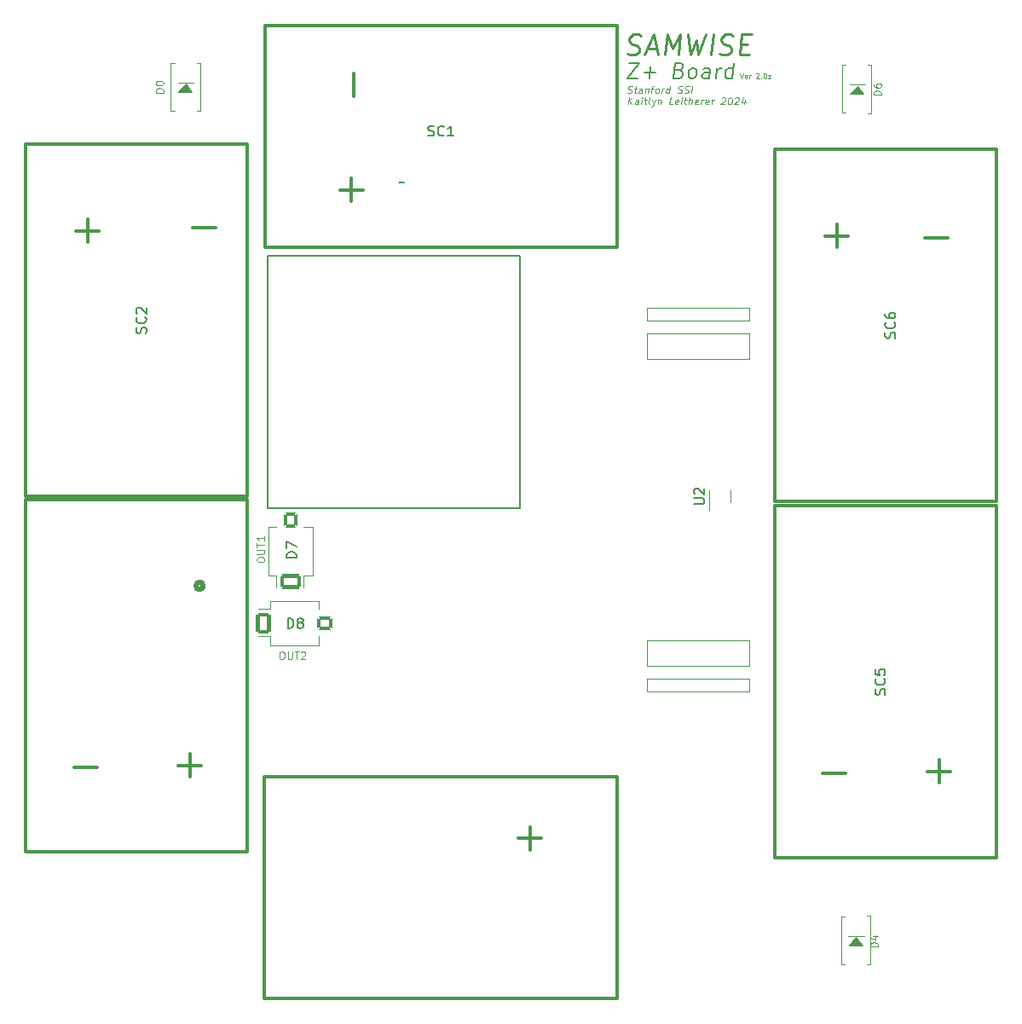
<source format=gto>
%TF.GenerationSoftware,KiCad,Pcbnew,8.0.8*%
%TF.CreationDate,2025-03-18T15:11:00-07:00*%
%TF.ProjectId,ZPlus_Panel,5a506c75-735f-4506-916e-656c2e6b6963,v1b*%
%TF.SameCoordinates,Original*%
%TF.FileFunction,Legend,Top*%
%TF.FilePolarity,Positive*%
%FSLAX46Y46*%
G04 Gerber Fmt 4.6, Leading zero omitted, Abs format (unit mm)*
G04 Created by KiCad (PCBNEW 8.0.8) date 2025-03-18 15:11:00*
%MOMM*%
%LPD*%
G01*
G04 APERTURE LIST*
G04 Aperture macros list*
%AMRoundRect*
0 Rectangle with rounded corners*
0 $1 Rounding radius*
0 $2 $3 $4 $5 $6 $7 $8 $9 X,Y pos of 4 corners*
0 Add a 4 corners polygon primitive as box body*
4,1,4,$2,$3,$4,$5,$6,$7,$8,$9,$2,$3,0*
0 Add four circle primitives for the rounded corners*
1,1,$1+$1,$2,$3*
1,1,$1+$1,$4,$5*
1,1,$1+$1,$6,$7*
1,1,$1+$1,$8,$9*
0 Add four rect primitives between the rounded corners*
20,1,$1+$1,$2,$3,$4,$5,0*
20,1,$1+$1,$4,$5,$6,$7,0*
20,1,$1+$1,$6,$7,$8,$9,0*
20,1,$1+$1,$8,$9,$2,$3,0*%
%AMFreePoly0*
4,1,5,2.000000,-5.500000,-2.000000,-5.500000,-2.000000,5.500000,2.000000,5.500000,2.000000,-5.500000,2.000000,-5.500000,$1*%
G04 Aperture macros list end*
%ADD10C,0.150000*%
%ADD11C,0.120000*%
%ADD12C,0.100000*%
%ADD13C,0.200000*%
%ADD14C,0.250000*%
%ADD15C,0.300000*%
%ADD16C,0.508000*%
%ADD17C,3.000000*%
%ADD18C,2.600000*%
%ADD19C,3.800000*%
%ADD20RoundRect,0.187500X-0.862500X0.562500X-0.862500X-0.562500X0.862500X-0.562500X0.862500X0.562500X0*%
%ADD21RoundRect,0.162500X-0.487500X0.587500X-0.487500X-0.587500X0.487500X-0.587500X0.487500X0.587500X0*%
%ADD22RoundRect,0.175000X-0.825000X0.525000X-0.825000X-0.525000X0.825000X-0.525000X0.825000X0.525000X0*%
%ADD23RoundRect,0.150000X-0.450000X0.550000X-0.450000X-0.550000X0.450000X-0.550000X0.450000X0.550000X0*%
%ADD24R,1.700000X2.500000*%
%ADD25FreePoly0,90.000000*%
%ADD26R,11.000000X4.000000*%
%ADD27R,3.000000X4.000000*%
%ADD28RoundRect,0.187500X0.562500X0.862500X-0.562500X0.862500X-0.562500X-0.862500X0.562500X-0.862500X0*%
%ADD29RoundRect,0.162500X0.587500X0.487500X-0.587500X0.487500X-0.587500X-0.487500X0.587500X-0.487500X0*%
%ADD30RoundRect,0.175000X0.525000X0.825000X-0.525000X0.825000X-0.525000X-0.825000X0.525000X-0.825000X0*%
%ADD31RoundRect,0.150000X0.550000X0.450000X-0.550000X0.450000X-0.550000X-0.450000X0.550000X-0.450000X0*%
%ADD32R,0.350000X1.000000*%
%ADD33C,2.050000*%
%ADD34C,2.250000*%
G04 APERTURE END LIST*
D10*
X171746000Y-56000000D02*
X172000000Y-56000000D01*
X171746000Y-56000000D02*
X171492000Y-56000000D01*
D11*
X159767857Y-102590724D02*
X159910714Y-102590724D01*
X159910714Y-102590724D02*
X159982143Y-102626438D01*
X159982143Y-102626438D02*
X160053571Y-102697867D01*
X160053571Y-102697867D02*
X160089286Y-102840724D01*
X160089286Y-102840724D02*
X160089286Y-103090724D01*
X160089286Y-103090724D02*
X160053571Y-103233581D01*
X160053571Y-103233581D02*
X159982143Y-103305010D01*
X159982143Y-103305010D02*
X159910714Y-103340724D01*
X159910714Y-103340724D02*
X159767857Y-103340724D01*
X159767857Y-103340724D02*
X159696429Y-103305010D01*
X159696429Y-103305010D02*
X159625000Y-103233581D01*
X159625000Y-103233581D02*
X159589286Y-103090724D01*
X159589286Y-103090724D02*
X159589286Y-102840724D01*
X159589286Y-102840724D02*
X159625000Y-102697867D01*
X159625000Y-102697867D02*
X159696429Y-102626438D01*
X159696429Y-102626438D02*
X159767857Y-102590724D01*
X160410714Y-102590724D02*
X160410714Y-103197867D01*
X160410714Y-103197867D02*
X160446428Y-103269295D01*
X160446428Y-103269295D02*
X160482143Y-103305010D01*
X160482143Y-103305010D02*
X160553571Y-103340724D01*
X160553571Y-103340724D02*
X160696428Y-103340724D01*
X160696428Y-103340724D02*
X160767857Y-103305010D01*
X160767857Y-103305010D02*
X160803571Y-103269295D01*
X160803571Y-103269295D02*
X160839285Y-103197867D01*
X160839285Y-103197867D02*
X160839285Y-102590724D01*
X161089285Y-102590724D02*
X161517857Y-102590724D01*
X161303571Y-103340724D02*
X161303571Y-102590724D01*
X161732143Y-102662152D02*
X161767857Y-102626438D01*
X161767857Y-102626438D02*
X161839286Y-102590724D01*
X161839286Y-102590724D02*
X162017857Y-102590724D01*
X162017857Y-102590724D02*
X162089286Y-102626438D01*
X162089286Y-102626438D02*
X162125000Y-102662152D01*
X162125000Y-102662152D02*
X162160714Y-102733581D01*
X162160714Y-102733581D02*
X162160714Y-102805010D01*
X162160714Y-102805010D02*
X162125000Y-102912152D01*
X162125000Y-102912152D02*
X161696428Y-103340724D01*
X161696428Y-103340724D02*
X162160714Y-103340724D01*
D12*
X194174122Y-47096820D02*
X194269955Y-47130153D01*
X194269955Y-47130153D02*
X194436622Y-47130153D01*
X194436622Y-47130153D02*
X194507455Y-47096820D01*
X194507455Y-47096820D02*
X194544955Y-47063486D01*
X194544955Y-47063486D02*
X194586622Y-46996820D01*
X194586622Y-46996820D02*
X194594955Y-46930153D01*
X194594955Y-46930153D02*
X194569955Y-46863486D01*
X194569955Y-46863486D02*
X194540789Y-46830153D01*
X194540789Y-46830153D02*
X194478289Y-46796820D01*
X194478289Y-46796820D02*
X194349122Y-46763486D01*
X194349122Y-46763486D02*
X194286622Y-46730153D01*
X194286622Y-46730153D02*
X194257455Y-46696820D01*
X194257455Y-46696820D02*
X194232455Y-46630153D01*
X194232455Y-46630153D02*
X194240789Y-46563486D01*
X194240789Y-46563486D02*
X194282455Y-46496820D01*
X194282455Y-46496820D02*
X194319955Y-46463486D01*
X194319955Y-46463486D02*
X194390789Y-46430153D01*
X194390789Y-46430153D02*
X194557455Y-46430153D01*
X194557455Y-46430153D02*
X194653289Y-46463486D01*
X194828289Y-46663486D02*
X195094956Y-46663486D01*
X194957456Y-46430153D02*
X194882456Y-47030153D01*
X194882456Y-47030153D02*
X194907456Y-47096820D01*
X194907456Y-47096820D02*
X194969956Y-47130153D01*
X194969956Y-47130153D02*
X195036622Y-47130153D01*
X195569956Y-47130153D02*
X195615789Y-46763486D01*
X195615789Y-46763486D02*
X195590789Y-46696820D01*
X195590789Y-46696820D02*
X195528289Y-46663486D01*
X195528289Y-46663486D02*
X195394956Y-46663486D01*
X195394956Y-46663486D02*
X195324122Y-46696820D01*
X195574122Y-47096820D02*
X195503289Y-47130153D01*
X195503289Y-47130153D02*
X195336622Y-47130153D01*
X195336622Y-47130153D02*
X195274122Y-47096820D01*
X195274122Y-47096820D02*
X195249122Y-47030153D01*
X195249122Y-47030153D02*
X195257456Y-46963486D01*
X195257456Y-46963486D02*
X195299122Y-46896820D01*
X195299122Y-46896820D02*
X195369956Y-46863486D01*
X195369956Y-46863486D02*
X195536622Y-46863486D01*
X195536622Y-46863486D02*
X195607456Y-46830153D01*
X195961622Y-46663486D02*
X195903289Y-47130153D01*
X195953289Y-46730153D02*
X195990789Y-46696820D01*
X195990789Y-46696820D02*
X196061622Y-46663486D01*
X196061622Y-46663486D02*
X196161622Y-46663486D01*
X196161622Y-46663486D02*
X196224122Y-46696820D01*
X196224122Y-46696820D02*
X196249122Y-46763486D01*
X196249122Y-46763486D02*
X196203289Y-47130153D01*
X196494955Y-46663486D02*
X196761622Y-46663486D01*
X196536622Y-47130153D02*
X196611622Y-46530153D01*
X196611622Y-46530153D02*
X196653288Y-46463486D01*
X196653288Y-46463486D02*
X196724122Y-46430153D01*
X196724122Y-46430153D02*
X196790788Y-46430153D01*
X197036622Y-47130153D02*
X196974122Y-47096820D01*
X196974122Y-47096820D02*
X196944955Y-47063486D01*
X196944955Y-47063486D02*
X196919955Y-46996820D01*
X196919955Y-46996820D02*
X196944955Y-46796820D01*
X196944955Y-46796820D02*
X196986622Y-46730153D01*
X196986622Y-46730153D02*
X197024122Y-46696820D01*
X197024122Y-46696820D02*
X197094955Y-46663486D01*
X197094955Y-46663486D02*
X197194955Y-46663486D01*
X197194955Y-46663486D02*
X197257455Y-46696820D01*
X197257455Y-46696820D02*
X197286622Y-46730153D01*
X197286622Y-46730153D02*
X197311622Y-46796820D01*
X197311622Y-46796820D02*
X197286622Y-46996820D01*
X197286622Y-46996820D02*
X197244955Y-47063486D01*
X197244955Y-47063486D02*
X197207455Y-47096820D01*
X197207455Y-47096820D02*
X197136622Y-47130153D01*
X197136622Y-47130153D02*
X197036622Y-47130153D01*
X197569955Y-47130153D02*
X197628288Y-46663486D01*
X197611621Y-46796820D02*
X197653288Y-46730153D01*
X197653288Y-46730153D02*
X197690788Y-46696820D01*
X197690788Y-46696820D02*
X197761621Y-46663486D01*
X197761621Y-46663486D02*
X197828288Y-46663486D01*
X198303288Y-47130153D02*
X198390788Y-46430153D01*
X198307454Y-47096820D02*
X198236621Y-47130153D01*
X198236621Y-47130153D02*
X198103288Y-47130153D01*
X198103288Y-47130153D02*
X198040788Y-47096820D01*
X198040788Y-47096820D02*
X198011621Y-47063486D01*
X198011621Y-47063486D02*
X197986621Y-46996820D01*
X197986621Y-46996820D02*
X198011621Y-46796820D01*
X198011621Y-46796820D02*
X198053288Y-46730153D01*
X198053288Y-46730153D02*
X198090788Y-46696820D01*
X198090788Y-46696820D02*
X198161621Y-46663486D01*
X198161621Y-46663486D02*
X198294954Y-46663486D01*
X198294954Y-46663486D02*
X198357454Y-46696820D01*
X199140787Y-47096820D02*
X199236620Y-47130153D01*
X199236620Y-47130153D02*
X199403287Y-47130153D01*
X199403287Y-47130153D02*
X199474120Y-47096820D01*
X199474120Y-47096820D02*
X199511620Y-47063486D01*
X199511620Y-47063486D02*
X199553287Y-46996820D01*
X199553287Y-46996820D02*
X199561620Y-46930153D01*
X199561620Y-46930153D02*
X199536620Y-46863486D01*
X199536620Y-46863486D02*
X199507454Y-46830153D01*
X199507454Y-46830153D02*
X199444954Y-46796820D01*
X199444954Y-46796820D02*
X199315787Y-46763486D01*
X199315787Y-46763486D02*
X199253287Y-46730153D01*
X199253287Y-46730153D02*
X199224120Y-46696820D01*
X199224120Y-46696820D02*
X199199120Y-46630153D01*
X199199120Y-46630153D02*
X199207454Y-46563486D01*
X199207454Y-46563486D02*
X199249120Y-46496820D01*
X199249120Y-46496820D02*
X199286620Y-46463486D01*
X199286620Y-46463486D02*
X199357454Y-46430153D01*
X199357454Y-46430153D02*
X199524120Y-46430153D01*
X199524120Y-46430153D02*
X199619954Y-46463486D01*
X199807454Y-47096820D02*
X199903287Y-47130153D01*
X199903287Y-47130153D02*
X200069954Y-47130153D01*
X200069954Y-47130153D02*
X200140787Y-47096820D01*
X200140787Y-47096820D02*
X200178287Y-47063486D01*
X200178287Y-47063486D02*
X200219954Y-46996820D01*
X200219954Y-46996820D02*
X200228287Y-46930153D01*
X200228287Y-46930153D02*
X200203287Y-46863486D01*
X200203287Y-46863486D02*
X200174121Y-46830153D01*
X200174121Y-46830153D02*
X200111621Y-46796820D01*
X200111621Y-46796820D02*
X199982454Y-46763486D01*
X199982454Y-46763486D02*
X199919954Y-46730153D01*
X199919954Y-46730153D02*
X199890787Y-46696820D01*
X199890787Y-46696820D02*
X199865787Y-46630153D01*
X199865787Y-46630153D02*
X199874121Y-46563486D01*
X199874121Y-46563486D02*
X199915787Y-46496820D01*
X199915787Y-46496820D02*
X199953287Y-46463486D01*
X199953287Y-46463486D02*
X200024121Y-46430153D01*
X200024121Y-46430153D02*
X200190787Y-46430153D01*
X200190787Y-46430153D02*
X200286621Y-46463486D01*
X200503288Y-47130153D02*
X200590788Y-46430153D01*
X194203289Y-48257114D02*
X194290789Y-47557114D01*
X194603289Y-48257114D02*
X194353289Y-47857114D01*
X194690789Y-47557114D02*
X194240789Y-47957114D01*
X195203289Y-48257114D02*
X195249122Y-47890447D01*
X195249122Y-47890447D02*
X195224122Y-47823781D01*
X195224122Y-47823781D02*
X195161622Y-47790447D01*
X195161622Y-47790447D02*
X195028289Y-47790447D01*
X195028289Y-47790447D02*
X194957455Y-47823781D01*
X195207455Y-48223781D02*
X195136622Y-48257114D01*
X195136622Y-48257114D02*
X194969955Y-48257114D01*
X194969955Y-48257114D02*
X194907455Y-48223781D01*
X194907455Y-48223781D02*
X194882455Y-48157114D01*
X194882455Y-48157114D02*
X194890789Y-48090447D01*
X194890789Y-48090447D02*
X194932455Y-48023781D01*
X194932455Y-48023781D02*
X195003289Y-47990447D01*
X195003289Y-47990447D02*
X195169955Y-47990447D01*
X195169955Y-47990447D02*
X195240789Y-47957114D01*
X195536622Y-48257114D02*
X195594955Y-47790447D01*
X195624122Y-47557114D02*
X195586622Y-47590447D01*
X195586622Y-47590447D02*
X195615788Y-47623781D01*
X195615788Y-47623781D02*
X195653288Y-47590447D01*
X195653288Y-47590447D02*
X195624122Y-47557114D01*
X195624122Y-47557114D02*
X195615788Y-47623781D01*
X195828288Y-47790447D02*
X196094955Y-47790447D01*
X195957455Y-47557114D02*
X195882455Y-48157114D01*
X195882455Y-48157114D02*
X195907455Y-48223781D01*
X195907455Y-48223781D02*
X195969955Y-48257114D01*
X195969955Y-48257114D02*
X196036621Y-48257114D01*
X196369955Y-48257114D02*
X196307455Y-48223781D01*
X196307455Y-48223781D02*
X196282455Y-48157114D01*
X196282455Y-48157114D02*
X196357455Y-47557114D01*
X196628288Y-47790447D02*
X196736622Y-48257114D01*
X196961622Y-47790447D02*
X196736622Y-48257114D01*
X196736622Y-48257114D02*
X196649122Y-48423781D01*
X196649122Y-48423781D02*
X196611622Y-48457114D01*
X196611622Y-48457114D02*
X196540788Y-48490447D01*
X197228288Y-47790447D02*
X197169955Y-48257114D01*
X197219955Y-47857114D02*
X197257455Y-47823781D01*
X197257455Y-47823781D02*
X197328288Y-47790447D01*
X197328288Y-47790447D02*
X197428288Y-47790447D01*
X197428288Y-47790447D02*
X197490788Y-47823781D01*
X197490788Y-47823781D02*
X197515788Y-47890447D01*
X197515788Y-47890447D02*
X197469955Y-48257114D01*
X198669954Y-48257114D02*
X198336621Y-48257114D01*
X198336621Y-48257114D02*
X198424121Y-47557114D01*
X199174121Y-48223781D02*
X199103288Y-48257114D01*
X199103288Y-48257114D02*
X198969954Y-48257114D01*
X198969954Y-48257114D02*
X198907454Y-48223781D01*
X198907454Y-48223781D02*
X198882454Y-48157114D01*
X198882454Y-48157114D02*
X198915788Y-47890447D01*
X198915788Y-47890447D02*
X198957454Y-47823781D01*
X198957454Y-47823781D02*
X199028288Y-47790447D01*
X199028288Y-47790447D02*
X199161621Y-47790447D01*
X199161621Y-47790447D02*
X199224121Y-47823781D01*
X199224121Y-47823781D02*
X199249121Y-47890447D01*
X199249121Y-47890447D02*
X199240788Y-47957114D01*
X199240788Y-47957114D02*
X198899121Y-48023781D01*
X199503288Y-48257114D02*
X199561621Y-47790447D01*
X199590788Y-47557114D02*
X199553288Y-47590447D01*
X199553288Y-47590447D02*
X199582454Y-47623781D01*
X199582454Y-47623781D02*
X199619954Y-47590447D01*
X199619954Y-47590447D02*
X199590788Y-47557114D01*
X199590788Y-47557114D02*
X199582454Y-47623781D01*
X199794954Y-47790447D02*
X200061621Y-47790447D01*
X199924121Y-47557114D02*
X199849121Y-48157114D01*
X199849121Y-48157114D02*
X199874121Y-48223781D01*
X199874121Y-48223781D02*
X199936621Y-48257114D01*
X199936621Y-48257114D02*
X200003287Y-48257114D01*
X200236621Y-48257114D02*
X200324121Y-47557114D01*
X200536621Y-48257114D02*
X200582454Y-47890447D01*
X200582454Y-47890447D02*
X200557454Y-47823781D01*
X200557454Y-47823781D02*
X200494954Y-47790447D01*
X200494954Y-47790447D02*
X200394954Y-47790447D01*
X200394954Y-47790447D02*
X200324121Y-47823781D01*
X200324121Y-47823781D02*
X200286621Y-47857114D01*
X201140787Y-48223781D02*
X201069954Y-48257114D01*
X201069954Y-48257114D02*
X200936620Y-48257114D01*
X200936620Y-48257114D02*
X200874120Y-48223781D01*
X200874120Y-48223781D02*
X200849120Y-48157114D01*
X200849120Y-48157114D02*
X200882454Y-47890447D01*
X200882454Y-47890447D02*
X200924120Y-47823781D01*
X200924120Y-47823781D02*
X200994954Y-47790447D01*
X200994954Y-47790447D02*
X201128287Y-47790447D01*
X201128287Y-47790447D02*
X201190787Y-47823781D01*
X201190787Y-47823781D02*
X201215787Y-47890447D01*
X201215787Y-47890447D02*
X201207454Y-47957114D01*
X201207454Y-47957114D02*
X200865787Y-48023781D01*
X201469954Y-48257114D02*
X201528287Y-47790447D01*
X201511620Y-47923781D02*
X201553287Y-47857114D01*
X201553287Y-47857114D02*
X201590787Y-47823781D01*
X201590787Y-47823781D02*
X201661620Y-47790447D01*
X201661620Y-47790447D02*
X201728287Y-47790447D01*
X202174120Y-48223781D02*
X202103287Y-48257114D01*
X202103287Y-48257114D02*
X201969953Y-48257114D01*
X201969953Y-48257114D02*
X201907453Y-48223781D01*
X201907453Y-48223781D02*
X201882453Y-48157114D01*
X201882453Y-48157114D02*
X201915787Y-47890447D01*
X201915787Y-47890447D02*
X201957453Y-47823781D01*
X201957453Y-47823781D02*
X202028287Y-47790447D01*
X202028287Y-47790447D02*
X202161620Y-47790447D01*
X202161620Y-47790447D02*
X202224120Y-47823781D01*
X202224120Y-47823781D02*
X202249120Y-47890447D01*
X202249120Y-47890447D02*
X202240787Y-47957114D01*
X202240787Y-47957114D02*
X201899120Y-48023781D01*
X202503287Y-48257114D02*
X202561620Y-47790447D01*
X202544953Y-47923781D02*
X202586620Y-47857114D01*
X202586620Y-47857114D02*
X202624120Y-47823781D01*
X202624120Y-47823781D02*
X202694953Y-47790447D01*
X202694953Y-47790447D02*
X202761620Y-47790447D01*
X203515786Y-47623781D02*
X203553286Y-47590447D01*
X203553286Y-47590447D02*
X203624119Y-47557114D01*
X203624119Y-47557114D02*
X203790786Y-47557114D01*
X203790786Y-47557114D02*
X203853286Y-47590447D01*
X203853286Y-47590447D02*
X203882453Y-47623781D01*
X203882453Y-47623781D02*
X203907453Y-47690447D01*
X203907453Y-47690447D02*
X203899119Y-47757114D01*
X203899119Y-47757114D02*
X203853286Y-47857114D01*
X203853286Y-47857114D02*
X203403286Y-48257114D01*
X203403286Y-48257114D02*
X203836619Y-48257114D01*
X204357453Y-47557114D02*
X204424120Y-47557114D01*
X204424120Y-47557114D02*
X204486620Y-47590447D01*
X204486620Y-47590447D02*
X204515786Y-47623781D01*
X204515786Y-47623781D02*
X204540786Y-47690447D01*
X204540786Y-47690447D02*
X204557453Y-47823781D01*
X204557453Y-47823781D02*
X204536620Y-47990447D01*
X204536620Y-47990447D02*
X204486620Y-48123781D01*
X204486620Y-48123781D02*
X204444953Y-48190447D01*
X204444953Y-48190447D02*
X204407453Y-48223781D01*
X204407453Y-48223781D02*
X204336620Y-48257114D01*
X204336620Y-48257114D02*
X204269953Y-48257114D01*
X204269953Y-48257114D02*
X204207453Y-48223781D01*
X204207453Y-48223781D02*
X204178286Y-48190447D01*
X204178286Y-48190447D02*
X204153286Y-48123781D01*
X204153286Y-48123781D02*
X204136620Y-47990447D01*
X204136620Y-47990447D02*
X204157453Y-47823781D01*
X204157453Y-47823781D02*
X204207453Y-47690447D01*
X204207453Y-47690447D02*
X204249120Y-47623781D01*
X204249120Y-47623781D02*
X204286620Y-47590447D01*
X204286620Y-47590447D02*
X204357453Y-47557114D01*
X204849120Y-47623781D02*
X204886620Y-47590447D01*
X204886620Y-47590447D02*
X204957453Y-47557114D01*
X204957453Y-47557114D02*
X205124120Y-47557114D01*
X205124120Y-47557114D02*
X205186620Y-47590447D01*
X205186620Y-47590447D02*
X205215787Y-47623781D01*
X205215787Y-47623781D02*
X205240787Y-47690447D01*
X205240787Y-47690447D02*
X205232453Y-47757114D01*
X205232453Y-47757114D02*
X205186620Y-47857114D01*
X205186620Y-47857114D02*
X204736620Y-48257114D01*
X204736620Y-48257114D02*
X205169953Y-48257114D01*
X205828287Y-47790447D02*
X205769954Y-48257114D01*
X205694954Y-47523781D02*
X205465787Y-48023781D01*
X205465787Y-48023781D02*
X205899120Y-48023781D01*
D13*
X194353572Y-44158528D02*
X195353572Y-44158528D01*
X195353572Y-44158528D02*
X194166072Y-45658528D01*
X194166072Y-45658528D02*
X195166072Y-45658528D01*
X195808928Y-45087100D02*
X196951786Y-45087100D01*
X196308928Y-45658528D02*
X196451786Y-44515671D01*
X199335714Y-44872814D02*
X199541071Y-44944242D01*
X199541071Y-44944242D02*
X199603571Y-45015671D01*
X199603571Y-45015671D02*
X199657143Y-45158528D01*
X199657143Y-45158528D02*
X199630357Y-45372814D01*
X199630357Y-45372814D02*
X199541071Y-45515671D01*
X199541071Y-45515671D02*
X199460714Y-45587100D01*
X199460714Y-45587100D02*
X199308928Y-45658528D01*
X199308928Y-45658528D02*
X198737500Y-45658528D01*
X198737500Y-45658528D02*
X198925000Y-44158528D01*
X198925000Y-44158528D02*
X199425000Y-44158528D01*
X199425000Y-44158528D02*
X199558928Y-44229957D01*
X199558928Y-44229957D02*
X199621428Y-44301385D01*
X199621428Y-44301385D02*
X199675000Y-44444242D01*
X199675000Y-44444242D02*
X199657143Y-44587100D01*
X199657143Y-44587100D02*
X199567857Y-44729957D01*
X199567857Y-44729957D02*
X199487500Y-44801385D01*
X199487500Y-44801385D02*
X199335714Y-44872814D01*
X199335714Y-44872814D02*
X198835714Y-44872814D01*
X200451786Y-45658528D02*
X200317857Y-45587100D01*
X200317857Y-45587100D02*
X200255357Y-45515671D01*
X200255357Y-45515671D02*
X200201786Y-45372814D01*
X200201786Y-45372814D02*
X200255357Y-44944242D01*
X200255357Y-44944242D02*
X200344643Y-44801385D01*
X200344643Y-44801385D02*
X200425000Y-44729957D01*
X200425000Y-44729957D02*
X200576786Y-44658528D01*
X200576786Y-44658528D02*
X200791071Y-44658528D01*
X200791071Y-44658528D02*
X200925000Y-44729957D01*
X200925000Y-44729957D02*
X200987500Y-44801385D01*
X200987500Y-44801385D02*
X201041071Y-44944242D01*
X201041071Y-44944242D02*
X200987500Y-45372814D01*
X200987500Y-45372814D02*
X200898214Y-45515671D01*
X200898214Y-45515671D02*
X200817857Y-45587100D01*
X200817857Y-45587100D02*
X200666071Y-45658528D01*
X200666071Y-45658528D02*
X200451786Y-45658528D01*
X202237500Y-45658528D02*
X202335714Y-44872814D01*
X202335714Y-44872814D02*
X202282143Y-44729957D01*
X202282143Y-44729957D02*
X202148214Y-44658528D01*
X202148214Y-44658528D02*
X201862500Y-44658528D01*
X201862500Y-44658528D02*
X201710714Y-44729957D01*
X202246429Y-45587100D02*
X202094643Y-45658528D01*
X202094643Y-45658528D02*
X201737500Y-45658528D01*
X201737500Y-45658528D02*
X201603571Y-45587100D01*
X201603571Y-45587100D02*
X201550000Y-45444242D01*
X201550000Y-45444242D02*
X201567857Y-45301385D01*
X201567857Y-45301385D02*
X201657143Y-45158528D01*
X201657143Y-45158528D02*
X201808929Y-45087100D01*
X201808929Y-45087100D02*
X202166071Y-45087100D01*
X202166071Y-45087100D02*
X202317857Y-45015671D01*
X202951786Y-45658528D02*
X203076786Y-44658528D01*
X203041072Y-44944242D02*
X203130357Y-44801385D01*
X203130357Y-44801385D02*
X203210714Y-44729957D01*
X203210714Y-44729957D02*
X203362500Y-44658528D01*
X203362500Y-44658528D02*
X203505357Y-44658528D01*
X204523214Y-45658528D02*
X204710714Y-44158528D01*
X204532143Y-45587100D02*
X204380357Y-45658528D01*
X204380357Y-45658528D02*
X204094643Y-45658528D01*
X204094643Y-45658528D02*
X203960714Y-45587100D01*
X203960714Y-45587100D02*
X203898214Y-45515671D01*
X203898214Y-45515671D02*
X203844643Y-45372814D01*
X203844643Y-45372814D02*
X203898214Y-44944242D01*
X203898214Y-44944242D02*
X203987500Y-44801385D01*
X203987500Y-44801385D02*
X204067857Y-44729957D01*
X204067857Y-44729957D02*
X204219643Y-44658528D01*
X204219643Y-44658528D02*
X204505357Y-44658528D01*
X204505357Y-44658528D02*
X204639285Y-44729957D01*
D14*
X194152381Y-43217000D02*
X194426190Y-43312238D01*
X194426190Y-43312238D02*
X194902381Y-43312238D01*
X194902381Y-43312238D02*
X195104762Y-43217000D01*
X195104762Y-43217000D02*
X195211905Y-43121761D01*
X195211905Y-43121761D02*
X195330952Y-42931285D01*
X195330952Y-42931285D02*
X195354762Y-42740809D01*
X195354762Y-42740809D02*
X195283333Y-42550333D01*
X195283333Y-42550333D02*
X195200000Y-42455095D01*
X195200000Y-42455095D02*
X195021429Y-42359857D01*
X195021429Y-42359857D02*
X194652381Y-42264619D01*
X194652381Y-42264619D02*
X194473809Y-42169380D01*
X194473809Y-42169380D02*
X194390476Y-42074142D01*
X194390476Y-42074142D02*
X194319048Y-41883666D01*
X194319048Y-41883666D02*
X194342857Y-41693190D01*
X194342857Y-41693190D02*
X194461905Y-41502714D01*
X194461905Y-41502714D02*
X194569048Y-41407476D01*
X194569048Y-41407476D02*
X194771429Y-41312238D01*
X194771429Y-41312238D02*
X195247619Y-41312238D01*
X195247619Y-41312238D02*
X195521429Y-41407476D01*
X196116667Y-42740809D02*
X197069048Y-42740809D01*
X195854762Y-43312238D02*
X196771429Y-41312238D01*
X196771429Y-41312238D02*
X197188095Y-43312238D01*
X197854762Y-43312238D02*
X198104762Y-41312238D01*
X198104762Y-41312238D02*
X198592857Y-42740809D01*
X198592857Y-42740809D02*
X199438096Y-41312238D01*
X199438096Y-41312238D02*
X199188096Y-43312238D01*
X200200000Y-41312238D02*
X200426191Y-43312238D01*
X200426191Y-43312238D02*
X200985714Y-41883666D01*
X200985714Y-41883666D02*
X201188095Y-43312238D01*
X201188095Y-43312238D02*
X201914286Y-41312238D01*
X202426190Y-43312238D02*
X202676190Y-41312238D01*
X203295238Y-43217000D02*
X203569047Y-43312238D01*
X203569047Y-43312238D02*
X204045238Y-43312238D01*
X204045238Y-43312238D02*
X204247619Y-43217000D01*
X204247619Y-43217000D02*
X204354762Y-43121761D01*
X204354762Y-43121761D02*
X204473809Y-42931285D01*
X204473809Y-42931285D02*
X204497619Y-42740809D01*
X204497619Y-42740809D02*
X204426190Y-42550333D01*
X204426190Y-42550333D02*
X204342857Y-42455095D01*
X204342857Y-42455095D02*
X204164286Y-42359857D01*
X204164286Y-42359857D02*
X203795238Y-42264619D01*
X203795238Y-42264619D02*
X203616666Y-42169380D01*
X203616666Y-42169380D02*
X203533333Y-42074142D01*
X203533333Y-42074142D02*
X203461905Y-41883666D01*
X203461905Y-41883666D02*
X203485714Y-41693190D01*
X203485714Y-41693190D02*
X203604762Y-41502714D01*
X203604762Y-41502714D02*
X203711905Y-41407476D01*
X203711905Y-41407476D02*
X203914286Y-41312238D01*
X203914286Y-41312238D02*
X204390476Y-41312238D01*
X204390476Y-41312238D02*
X204664286Y-41407476D01*
X205414286Y-42264619D02*
X206080952Y-42264619D01*
X206235714Y-43312238D02*
X205283333Y-43312238D01*
X205283333Y-43312238D02*
X205533333Y-41312238D01*
X205533333Y-41312238D02*
X206485714Y-41312238D01*
D11*
X157340724Y-93532142D02*
X157340724Y-93389285D01*
X157340724Y-93389285D02*
X157376438Y-93317856D01*
X157376438Y-93317856D02*
X157447867Y-93246428D01*
X157447867Y-93246428D02*
X157590724Y-93210713D01*
X157590724Y-93210713D02*
X157840724Y-93210713D01*
X157840724Y-93210713D02*
X157983581Y-93246428D01*
X157983581Y-93246428D02*
X158055010Y-93317856D01*
X158055010Y-93317856D02*
X158090724Y-93389285D01*
X158090724Y-93389285D02*
X158090724Y-93532142D01*
X158090724Y-93532142D02*
X158055010Y-93603571D01*
X158055010Y-93603571D02*
X157983581Y-93674999D01*
X157983581Y-93674999D02*
X157840724Y-93710713D01*
X157840724Y-93710713D02*
X157590724Y-93710713D01*
X157590724Y-93710713D02*
X157447867Y-93674999D01*
X157447867Y-93674999D02*
X157376438Y-93603571D01*
X157376438Y-93603571D02*
X157340724Y-93532142D01*
X157340724Y-92889285D02*
X157947867Y-92889285D01*
X157947867Y-92889285D02*
X158019295Y-92853571D01*
X158019295Y-92853571D02*
X158055010Y-92817857D01*
X158055010Y-92817857D02*
X158090724Y-92746428D01*
X158090724Y-92746428D02*
X158090724Y-92603571D01*
X158090724Y-92603571D02*
X158055010Y-92532142D01*
X158055010Y-92532142D02*
X158019295Y-92496428D01*
X158019295Y-92496428D02*
X157947867Y-92460714D01*
X157947867Y-92460714D02*
X157340724Y-92460714D01*
X157340724Y-92210714D02*
X157340724Y-91782143D01*
X158090724Y-91996428D02*
X157340724Y-91996428D01*
X158090724Y-91139285D02*
X158090724Y-91567856D01*
X158090724Y-91353571D02*
X157340724Y-91353571D01*
X157340724Y-91353571D02*
X157447867Y-91424999D01*
X157447867Y-91424999D02*
X157519295Y-91496428D01*
X157519295Y-91496428D02*
X157555010Y-91567856D01*
D12*
X205351192Y-45151109D02*
X205517858Y-45651109D01*
X205517858Y-45651109D02*
X205684525Y-45151109D01*
X206041667Y-45627300D02*
X205994048Y-45651109D01*
X205994048Y-45651109D02*
X205898810Y-45651109D01*
X205898810Y-45651109D02*
X205851191Y-45627300D01*
X205851191Y-45627300D02*
X205827382Y-45579680D01*
X205827382Y-45579680D02*
X205827382Y-45389204D01*
X205827382Y-45389204D02*
X205851191Y-45341585D01*
X205851191Y-45341585D02*
X205898810Y-45317776D01*
X205898810Y-45317776D02*
X205994048Y-45317776D01*
X205994048Y-45317776D02*
X206041667Y-45341585D01*
X206041667Y-45341585D02*
X206065477Y-45389204D01*
X206065477Y-45389204D02*
X206065477Y-45436823D01*
X206065477Y-45436823D02*
X205827382Y-45484442D01*
X206279762Y-45651109D02*
X206279762Y-45317776D01*
X206279762Y-45413014D02*
X206303572Y-45365395D01*
X206303572Y-45365395D02*
X206327381Y-45341585D01*
X206327381Y-45341585D02*
X206375000Y-45317776D01*
X206375000Y-45317776D02*
X206422619Y-45317776D01*
X206946429Y-45198728D02*
X206970238Y-45174919D01*
X206970238Y-45174919D02*
X207017857Y-45151109D01*
X207017857Y-45151109D02*
X207136905Y-45151109D01*
X207136905Y-45151109D02*
X207184524Y-45174919D01*
X207184524Y-45174919D02*
X207208333Y-45198728D01*
X207208333Y-45198728D02*
X207232143Y-45246347D01*
X207232143Y-45246347D02*
X207232143Y-45293966D01*
X207232143Y-45293966D02*
X207208333Y-45365395D01*
X207208333Y-45365395D02*
X206922619Y-45651109D01*
X206922619Y-45651109D02*
X207232143Y-45651109D01*
X207446428Y-45603490D02*
X207470238Y-45627300D01*
X207470238Y-45627300D02*
X207446428Y-45651109D01*
X207446428Y-45651109D02*
X207422619Y-45627300D01*
X207422619Y-45627300D02*
X207446428Y-45603490D01*
X207446428Y-45603490D02*
X207446428Y-45651109D01*
X207779761Y-45151109D02*
X207827380Y-45151109D01*
X207827380Y-45151109D02*
X207874999Y-45174919D01*
X207874999Y-45174919D02*
X207898809Y-45198728D01*
X207898809Y-45198728D02*
X207922618Y-45246347D01*
X207922618Y-45246347D02*
X207946428Y-45341585D01*
X207946428Y-45341585D02*
X207946428Y-45460633D01*
X207946428Y-45460633D02*
X207922618Y-45555871D01*
X207922618Y-45555871D02*
X207898809Y-45603490D01*
X207898809Y-45603490D02*
X207874999Y-45627300D01*
X207874999Y-45627300D02*
X207827380Y-45651109D01*
X207827380Y-45651109D02*
X207779761Y-45651109D01*
X207779761Y-45651109D02*
X207732142Y-45627300D01*
X207732142Y-45627300D02*
X207708333Y-45603490D01*
X207708333Y-45603490D02*
X207684523Y-45555871D01*
X207684523Y-45555871D02*
X207660714Y-45460633D01*
X207660714Y-45460633D02*
X207660714Y-45341585D01*
X207660714Y-45341585D02*
X207684523Y-45246347D01*
X207684523Y-45246347D02*
X207708333Y-45198728D01*
X207708333Y-45198728D02*
X207732142Y-45174919D01*
X207732142Y-45174919D02*
X207779761Y-45151109D01*
X208113094Y-45317776D02*
X208374999Y-45317776D01*
X208374999Y-45317776D02*
X208113094Y-45651109D01*
X208113094Y-45651109D02*
X208374999Y-45651109D01*
D10*
X146307200Y-70961904D02*
X146354819Y-70819047D01*
X146354819Y-70819047D02*
X146354819Y-70580952D01*
X146354819Y-70580952D02*
X146307200Y-70485714D01*
X146307200Y-70485714D02*
X146259580Y-70438095D01*
X146259580Y-70438095D02*
X146164342Y-70390476D01*
X146164342Y-70390476D02*
X146069104Y-70390476D01*
X146069104Y-70390476D02*
X145973866Y-70438095D01*
X145973866Y-70438095D02*
X145926247Y-70485714D01*
X145926247Y-70485714D02*
X145878628Y-70580952D01*
X145878628Y-70580952D02*
X145831009Y-70771428D01*
X145831009Y-70771428D02*
X145783390Y-70866666D01*
X145783390Y-70866666D02*
X145735771Y-70914285D01*
X145735771Y-70914285D02*
X145640533Y-70961904D01*
X145640533Y-70961904D02*
X145545295Y-70961904D01*
X145545295Y-70961904D02*
X145450057Y-70914285D01*
X145450057Y-70914285D02*
X145402438Y-70866666D01*
X145402438Y-70866666D02*
X145354819Y-70771428D01*
X145354819Y-70771428D02*
X145354819Y-70533333D01*
X145354819Y-70533333D02*
X145402438Y-70390476D01*
X146259580Y-69390476D02*
X146307200Y-69438095D01*
X146307200Y-69438095D02*
X146354819Y-69580952D01*
X146354819Y-69580952D02*
X146354819Y-69676190D01*
X146354819Y-69676190D02*
X146307200Y-69819047D01*
X146307200Y-69819047D02*
X146211961Y-69914285D01*
X146211961Y-69914285D02*
X146116723Y-69961904D01*
X146116723Y-69961904D02*
X145926247Y-70009523D01*
X145926247Y-70009523D02*
X145783390Y-70009523D01*
X145783390Y-70009523D02*
X145592914Y-69961904D01*
X145592914Y-69961904D02*
X145497676Y-69914285D01*
X145497676Y-69914285D02*
X145402438Y-69819047D01*
X145402438Y-69819047D02*
X145354819Y-69676190D01*
X145354819Y-69676190D02*
X145354819Y-69580952D01*
X145354819Y-69580952D02*
X145402438Y-69438095D01*
X145402438Y-69438095D02*
X145450057Y-69390476D01*
X145450057Y-69009523D02*
X145402438Y-68961904D01*
X145402438Y-68961904D02*
X145354819Y-68866666D01*
X145354819Y-68866666D02*
X145354819Y-68628571D01*
X145354819Y-68628571D02*
X145402438Y-68533333D01*
X145402438Y-68533333D02*
X145450057Y-68485714D01*
X145450057Y-68485714D02*
X145545295Y-68438095D01*
X145545295Y-68438095D02*
X145640533Y-68438095D01*
X145640533Y-68438095D02*
X145783390Y-68485714D01*
X145783390Y-68485714D02*
X146354819Y-69057142D01*
X146354819Y-69057142D02*
X146354819Y-68438095D01*
D15*
X150932142Y-60529400D02*
X153217857Y-60529400D01*
X140549400Y-61952857D02*
X140549400Y-59667143D01*
X141692257Y-60810000D02*
X139406542Y-60810000D01*
X183347142Y-121149400D02*
X185632857Y-121149400D01*
X184489999Y-122292257D02*
X184489999Y-120006542D01*
D10*
X161279819Y-93263094D02*
X160279819Y-93263094D01*
X160279819Y-93263094D02*
X160279819Y-93024999D01*
X160279819Y-93024999D02*
X160327438Y-92882142D01*
X160327438Y-92882142D02*
X160422676Y-92786904D01*
X160422676Y-92786904D02*
X160517914Y-92739285D01*
X160517914Y-92739285D02*
X160708390Y-92691666D01*
X160708390Y-92691666D02*
X160851247Y-92691666D01*
X160851247Y-92691666D02*
X161041723Y-92739285D01*
X161041723Y-92739285D02*
X161136961Y-92786904D01*
X161136961Y-92786904D02*
X161232200Y-92882142D01*
X161232200Y-92882142D02*
X161279819Y-93024999D01*
X161279819Y-93024999D02*
X161279819Y-93263094D01*
X160279819Y-92358332D02*
X160279819Y-91691666D01*
X160279819Y-91691666D02*
X161279819Y-92120237D01*
D12*
X148051764Y-47078571D02*
X147301764Y-47078571D01*
X147301764Y-47078571D02*
X147301764Y-46900000D01*
X147301764Y-46900000D02*
X147337478Y-46792857D01*
X147337478Y-46792857D02*
X147408907Y-46721428D01*
X147408907Y-46721428D02*
X147480335Y-46685714D01*
X147480335Y-46685714D02*
X147623192Y-46650000D01*
X147623192Y-46650000D02*
X147730335Y-46650000D01*
X147730335Y-46650000D02*
X147873192Y-46685714D01*
X147873192Y-46685714D02*
X147944621Y-46721428D01*
X147944621Y-46721428D02*
X148016050Y-46792857D01*
X148016050Y-46792857D02*
X148051764Y-46900000D01*
X148051764Y-46900000D02*
X148051764Y-47078571D01*
X147301764Y-46185714D02*
X147301764Y-46114285D01*
X147301764Y-46114285D02*
X147337478Y-46042857D01*
X147337478Y-46042857D02*
X147373192Y-46007143D01*
X147373192Y-46007143D02*
X147444621Y-45971428D01*
X147444621Y-45971428D02*
X147587478Y-45935714D01*
X147587478Y-45935714D02*
X147766050Y-45935714D01*
X147766050Y-45935714D02*
X147908907Y-45971428D01*
X147908907Y-45971428D02*
X147980335Y-46007143D01*
X147980335Y-46007143D02*
X148016050Y-46042857D01*
X148016050Y-46042857D02*
X148051764Y-46114285D01*
X148051764Y-46114285D02*
X148051764Y-46185714D01*
X148051764Y-46185714D02*
X148016050Y-46257143D01*
X148016050Y-46257143D02*
X147980335Y-46292857D01*
X147980335Y-46292857D02*
X147908907Y-46328571D01*
X147908907Y-46328571D02*
X147766050Y-46364285D01*
X147766050Y-46364285D02*
X147587478Y-46364285D01*
X147587478Y-46364285D02*
X147444621Y-46328571D01*
X147444621Y-46328571D02*
X147373192Y-46292857D01*
X147373192Y-46292857D02*
X147337478Y-46257143D01*
X147337478Y-46257143D02*
X147301764Y-46185714D01*
D10*
X174363095Y-51332200D02*
X174505952Y-51379819D01*
X174505952Y-51379819D02*
X174744047Y-51379819D01*
X174744047Y-51379819D02*
X174839285Y-51332200D01*
X174839285Y-51332200D02*
X174886904Y-51284580D01*
X174886904Y-51284580D02*
X174934523Y-51189342D01*
X174934523Y-51189342D02*
X174934523Y-51094104D01*
X174934523Y-51094104D02*
X174886904Y-50998866D01*
X174886904Y-50998866D02*
X174839285Y-50951247D01*
X174839285Y-50951247D02*
X174744047Y-50903628D01*
X174744047Y-50903628D02*
X174553571Y-50856009D01*
X174553571Y-50856009D02*
X174458333Y-50808390D01*
X174458333Y-50808390D02*
X174410714Y-50760771D01*
X174410714Y-50760771D02*
X174363095Y-50665533D01*
X174363095Y-50665533D02*
X174363095Y-50570295D01*
X174363095Y-50570295D02*
X174410714Y-50475057D01*
X174410714Y-50475057D02*
X174458333Y-50427438D01*
X174458333Y-50427438D02*
X174553571Y-50379819D01*
X174553571Y-50379819D02*
X174791666Y-50379819D01*
X174791666Y-50379819D02*
X174934523Y-50427438D01*
X175934523Y-51284580D02*
X175886904Y-51332200D01*
X175886904Y-51332200D02*
X175744047Y-51379819D01*
X175744047Y-51379819D02*
X175648809Y-51379819D01*
X175648809Y-51379819D02*
X175505952Y-51332200D01*
X175505952Y-51332200D02*
X175410714Y-51236961D01*
X175410714Y-51236961D02*
X175363095Y-51141723D01*
X175363095Y-51141723D02*
X175315476Y-50951247D01*
X175315476Y-50951247D02*
X175315476Y-50808390D01*
X175315476Y-50808390D02*
X175363095Y-50617914D01*
X175363095Y-50617914D02*
X175410714Y-50522676D01*
X175410714Y-50522676D02*
X175505952Y-50427438D01*
X175505952Y-50427438D02*
X175648809Y-50379819D01*
X175648809Y-50379819D02*
X175744047Y-50379819D01*
X175744047Y-50379819D02*
X175886904Y-50427438D01*
X175886904Y-50427438D02*
X175934523Y-50475057D01*
X176886904Y-51379819D02*
X176315476Y-51379819D01*
X176601190Y-51379819D02*
X176601190Y-50379819D01*
X176601190Y-50379819D02*
X176505952Y-50522676D01*
X176505952Y-50522676D02*
X176410714Y-50617914D01*
X176410714Y-50617914D02*
X176315476Y-50665533D01*
D15*
X166964400Y-47487857D02*
X166964400Y-45202143D01*
X165592142Y-56734400D02*
X167877857Y-56734400D01*
X166734999Y-57877257D02*
X166734999Y-55591542D01*
D10*
X220707200Y-71461904D02*
X220754819Y-71319047D01*
X220754819Y-71319047D02*
X220754819Y-71080952D01*
X220754819Y-71080952D02*
X220707200Y-70985714D01*
X220707200Y-70985714D02*
X220659580Y-70938095D01*
X220659580Y-70938095D02*
X220564342Y-70890476D01*
X220564342Y-70890476D02*
X220469104Y-70890476D01*
X220469104Y-70890476D02*
X220373866Y-70938095D01*
X220373866Y-70938095D02*
X220326247Y-70985714D01*
X220326247Y-70985714D02*
X220278628Y-71080952D01*
X220278628Y-71080952D02*
X220231009Y-71271428D01*
X220231009Y-71271428D02*
X220183390Y-71366666D01*
X220183390Y-71366666D02*
X220135771Y-71414285D01*
X220135771Y-71414285D02*
X220040533Y-71461904D01*
X220040533Y-71461904D02*
X219945295Y-71461904D01*
X219945295Y-71461904D02*
X219850057Y-71414285D01*
X219850057Y-71414285D02*
X219802438Y-71366666D01*
X219802438Y-71366666D02*
X219754819Y-71271428D01*
X219754819Y-71271428D02*
X219754819Y-71033333D01*
X219754819Y-71033333D02*
X219802438Y-70890476D01*
X220659580Y-69890476D02*
X220707200Y-69938095D01*
X220707200Y-69938095D02*
X220754819Y-70080952D01*
X220754819Y-70080952D02*
X220754819Y-70176190D01*
X220754819Y-70176190D02*
X220707200Y-70319047D01*
X220707200Y-70319047D02*
X220611961Y-70414285D01*
X220611961Y-70414285D02*
X220516723Y-70461904D01*
X220516723Y-70461904D02*
X220326247Y-70509523D01*
X220326247Y-70509523D02*
X220183390Y-70509523D01*
X220183390Y-70509523D02*
X219992914Y-70461904D01*
X219992914Y-70461904D02*
X219897676Y-70414285D01*
X219897676Y-70414285D02*
X219802438Y-70319047D01*
X219802438Y-70319047D02*
X219754819Y-70176190D01*
X219754819Y-70176190D02*
X219754819Y-70080952D01*
X219754819Y-70080952D02*
X219802438Y-69938095D01*
X219802438Y-69938095D02*
X219850057Y-69890476D01*
X219754819Y-69033333D02*
X219754819Y-69223809D01*
X219754819Y-69223809D02*
X219802438Y-69319047D01*
X219802438Y-69319047D02*
X219850057Y-69366666D01*
X219850057Y-69366666D02*
X219992914Y-69461904D01*
X219992914Y-69461904D02*
X220183390Y-69509523D01*
X220183390Y-69509523D02*
X220564342Y-69509523D01*
X220564342Y-69509523D02*
X220659580Y-69461904D01*
X220659580Y-69461904D02*
X220707200Y-69414285D01*
X220707200Y-69414285D02*
X220754819Y-69319047D01*
X220754819Y-69319047D02*
X220754819Y-69128571D01*
X220754819Y-69128571D02*
X220707200Y-69033333D01*
X220707200Y-69033333D02*
X220659580Y-68985714D01*
X220659580Y-68985714D02*
X220564342Y-68938095D01*
X220564342Y-68938095D02*
X220326247Y-68938095D01*
X220326247Y-68938095D02*
X220231009Y-68985714D01*
X220231009Y-68985714D02*
X220183390Y-69033333D01*
X220183390Y-69033333D02*
X220135771Y-69128571D01*
X220135771Y-69128571D02*
X220135771Y-69319047D01*
X220135771Y-69319047D02*
X220183390Y-69414285D01*
X220183390Y-69414285D02*
X220231009Y-69461904D01*
X220231009Y-69461904D02*
X220326247Y-69509523D01*
D15*
X214949400Y-62452857D02*
X214949400Y-60167143D01*
X216092257Y-61310000D02*
X213806542Y-61310000D01*
X223737142Y-61539400D02*
X226022857Y-61539400D01*
X139177142Y-114119400D02*
X141462857Y-114119400D01*
X150709400Y-115032857D02*
X150709400Y-112747143D01*
X151852257Y-113890000D02*
X149566542Y-113890000D01*
D10*
X160411905Y-100279819D02*
X160411905Y-99279819D01*
X160411905Y-99279819D02*
X160650000Y-99279819D01*
X160650000Y-99279819D02*
X160792857Y-99327438D01*
X160792857Y-99327438D02*
X160888095Y-99422676D01*
X160888095Y-99422676D02*
X160935714Y-99517914D01*
X160935714Y-99517914D02*
X160983333Y-99708390D01*
X160983333Y-99708390D02*
X160983333Y-99851247D01*
X160983333Y-99851247D02*
X160935714Y-100041723D01*
X160935714Y-100041723D02*
X160888095Y-100136961D01*
X160888095Y-100136961D02*
X160792857Y-100232200D01*
X160792857Y-100232200D02*
X160650000Y-100279819D01*
X160650000Y-100279819D02*
X160411905Y-100279819D01*
X161554762Y-99708390D02*
X161459524Y-99660771D01*
X161459524Y-99660771D02*
X161411905Y-99613152D01*
X161411905Y-99613152D02*
X161364286Y-99517914D01*
X161364286Y-99517914D02*
X161364286Y-99470295D01*
X161364286Y-99470295D02*
X161411905Y-99375057D01*
X161411905Y-99375057D02*
X161459524Y-99327438D01*
X161459524Y-99327438D02*
X161554762Y-99279819D01*
X161554762Y-99279819D02*
X161745238Y-99279819D01*
X161745238Y-99279819D02*
X161840476Y-99327438D01*
X161840476Y-99327438D02*
X161888095Y-99375057D01*
X161888095Y-99375057D02*
X161935714Y-99470295D01*
X161935714Y-99470295D02*
X161935714Y-99517914D01*
X161935714Y-99517914D02*
X161888095Y-99613152D01*
X161888095Y-99613152D02*
X161840476Y-99660771D01*
X161840476Y-99660771D02*
X161745238Y-99708390D01*
X161745238Y-99708390D02*
X161554762Y-99708390D01*
X161554762Y-99708390D02*
X161459524Y-99756009D01*
X161459524Y-99756009D02*
X161411905Y-99803628D01*
X161411905Y-99803628D02*
X161364286Y-99898866D01*
X161364286Y-99898866D02*
X161364286Y-100089342D01*
X161364286Y-100089342D02*
X161411905Y-100184580D01*
X161411905Y-100184580D02*
X161459524Y-100232200D01*
X161459524Y-100232200D02*
X161554762Y-100279819D01*
X161554762Y-100279819D02*
X161745238Y-100279819D01*
X161745238Y-100279819D02*
X161840476Y-100232200D01*
X161840476Y-100232200D02*
X161888095Y-100184580D01*
X161888095Y-100184580D02*
X161935714Y-100089342D01*
X161935714Y-100089342D02*
X161935714Y-99898866D01*
X161935714Y-99898866D02*
X161888095Y-99803628D01*
X161888095Y-99803628D02*
X161840476Y-99756009D01*
X161840476Y-99756009D02*
X161745238Y-99708390D01*
X219707200Y-106861904D02*
X219754819Y-106719047D01*
X219754819Y-106719047D02*
X219754819Y-106480952D01*
X219754819Y-106480952D02*
X219707200Y-106385714D01*
X219707200Y-106385714D02*
X219659580Y-106338095D01*
X219659580Y-106338095D02*
X219564342Y-106290476D01*
X219564342Y-106290476D02*
X219469104Y-106290476D01*
X219469104Y-106290476D02*
X219373866Y-106338095D01*
X219373866Y-106338095D02*
X219326247Y-106385714D01*
X219326247Y-106385714D02*
X219278628Y-106480952D01*
X219278628Y-106480952D02*
X219231009Y-106671428D01*
X219231009Y-106671428D02*
X219183390Y-106766666D01*
X219183390Y-106766666D02*
X219135771Y-106814285D01*
X219135771Y-106814285D02*
X219040533Y-106861904D01*
X219040533Y-106861904D02*
X218945295Y-106861904D01*
X218945295Y-106861904D02*
X218850057Y-106814285D01*
X218850057Y-106814285D02*
X218802438Y-106766666D01*
X218802438Y-106766666D02*
X218754819Y-106671428D01*
X218754819Y-106671428D02*
X218754819Y-106433333D01*
X218754819Y-106433333D02*
X218802438Y-106290476D01*
X219659580Y-105290476D02*
X219707200Y-105338095D01*
X219707200Y-105338095D02*
X219754819Y-105480952D01*
X219754819Y-105480952D02*
X219754819Y-105576190D01*
X219754819Y-105576190D02*
X219707200Y-105719047D01*
X219707200Y-105719047D02*
X219611961Y-105814285D01*
X219611961Y-105814285D02*
X219516723Y-105861904D01*
X219516723Y-105861904D02*
X219326247Y-105909523D01*
X219326247Y-105909523D02*
X219183390Y-105909523D01*
X219183390Y-105909523D02*
X218992914Y-105861904D01*
X218992914Y-105861904D02*
X218897676Y-105814285D01*
X218897676Y-105814285D02*
X218802438Y-105719047D01*
X218802438Y-105719047D02*
X218754819Y-105576190D01*
X218754819Y-105576190D02*
X218754819Y-105480952D01*
X218754819Y-105480952D02*
X218802438Y-105338095D01*
X218802438Y-105338095D02*
X218850057Y-105290476D01*
X218754819Y-104385714D02*
X218754819Y-104861904D01*
X218754819Y-104861904D02*
X219231009Y-104909523D01*
X219231009Y-104909523D02*
X219183390Y-104861904D01*
X219183390Y-104861904D02*
X219135771Y-104766666D01*
X219135771Y-104766666D02*
X219135771Y-104528571D01*
X219135771Y-104528571D02*
X219183390Y-104433333D01*
X219183390Y-104433333D02*
X219231009Y-104385714D01*
X219231009Y-104385714D02*
X219326247Y-104338095D01*
X219326247Y-104338095D02*
X219564342Y-104338095D01*
X219564342Y-104338095D02*
X219659580Y-104385714D01*
X219659580Y-104385714D02*
X219707200Y-104433333D01*
X219707200Y-104433333D02*
X219754819Y-104528571D01*
X219754819Y-104528571D02*
X219754819Y-104766666D01*
X219754819Y-104766666D02*
X219707200Y-104861904D01*
X219707200Y-104861904D02*
X219659580Y-104909523D01*
D15*
X225109400Y-115632857D02*
X225109400Y-113347143D01*
X226252257Y-114490000D02*
X223966542Y-114490000D01*
X213577142Y-114719400D02*
X215862857Y-114719400D01*
D12*
X219341764Y-47303571D02*
X218591764Y-47303571D01*
X218591764Y-47303571D02*
X218591764Y-47125000D01*
X218591764Y-47125000D02*
X218627478Y-47017857D01*
X218627478Y-47017857D02*
X218698907Y-46946428D01*
X218698907Y-46946428D02*
X218770335Y-46910714D01*
X218770335Y-46910714D02*
X218913192Y-46875000D01*
X218913192Y-46875000D02*
X219020335Y-46875000D01*
X219020335Y-46875000D02*
X219163192Y-46910714D01*
X219163192Y-46910714D02*
X219234621Y-46946428D01*
X219234621Y-46946428D02*
X219306050Y-47017857D01*
X219306050Y-47017857D02*
X219341764Y-47125000D01*
X219341764Y-47125000D02*
X219341764Y-47303571D01*
X218591764Y-46232143D02*
X218591764Y-46375000D01*
X218591764Y-46375000D02*
X218627478Y-46446428D01*
X218627478Y-46446428D02*
X218663192Y-46482143D01*
X218663192Y-46482143D02*
X218770335Y-46553571D01*
X218770335Y-46553571D02*
X218913192Y-46589285D01*
X218913192Y-46589285D02*
X219198907Y-46589285D01*
X219198907Y-46589285D02*
X219270335Y-46553571D01*
X219270335Y-46553571D02*
X219306050Y-46517857D01*
X219306050Y-46517857D02*
X219341764Y-46446428D01*
X219341764Y-46446428D02*
X219341764Y-46303571D01*
X219341764Y-46303571D02*
X219306050Y-46232143D01*
X219306050Y-46232143D02*
X219270335Y-46196428D01*
X219270335Y-46196428D02*
X219198907Y-46160714D01*
X219198907Y-46160714D02*
X219020335Y-46160714D01*
X219020335Y-46160714D02*
X218948907Y-46196428D01*
X218948907Y-46196428D02*
X218913192Y-46232143D01*
X218913192Y-46232143D02*
X218877478Y-46303571D01*
X218877478Y-46303571D02*
X218877478Y-46446428D01*
X218877478Y-46446428D02*
X218913192Y-46517857D01*
X218913192Y-46517857D02*
X218948907Y-46553571D01*
X218948907Y-46553571D02*
X219020335Y-46589285D01*
D10*
X200778819Y-87945904D02*
X201588342Y-87945904D01*
X201588342Y-87945904D02*
X201683580Y-87898285D01*
X201683580Y-87898285D02*
X201731200Y-87850666D01*
X201731200Y-87850666D02*
X201778819Y-87755428D01*
X201778819Y-87755428D02*
X201778819Y-87564952D01*
X201778819Y-87564952D02*
X201731200Y-87469714D01*
X201731200Y-87469714D02*
X201683580Y-87422095D01*
X201683580Y-87422095D02*
X201588342Y-87374476D01*
X201588342Y-87374476D02*
X200778819Y-87374476D01*
X200874057Y-86945904D02*
X200826438Y-86898285D01*
X200826438Y-86898285D02*
X200778819Y-86803047D01*
X200778819Y-86803047D02*
X200778819Y-86564952D01*
X200778819Y-86564952D02*
X200826438Y-86469714D01*
X200826438Y-86469714D02*
X200874057Y-86422095D01*
X200874057Y-86422095D02*
X200969295Y-86374476D01*
X200969295Y-86374476D02*
X201064533Y-86374476D01*
X201064533Y-86374476D02*
X201207390Y-86422095D01*
X201207390Y-86422095D02*
X201778819Y-86993523D01*
X201778819Y-86993523D02*
X201778819Y-86374476D01*
D12*
X219041764Y-131903571D02*
X218291764Y-131903571D01*
X218291764Y-131903571D02*
X218291764Y-131725000D01*
X218291764Y-131725000D02*
X218327478Y-131617857D01*
X218327478Y-131617857D02*
X218398907Y-131546428D01*
X218398907Y-131546428D02*
X218470335Y-131510714D01*
X218470335Y-131510714D02*
X218613192Y-131475000D01*
X218613192Y-131475000D02*
X218720335Y-131475000D01*
X218720335Y-131475000D02*
X218863192Y-131510714D01*
X218863192Y-131510714D02*
X218934621Y-131546428D01*
X218934621Y-131546428D02*
X219006050Y-131617857D01*
X219006050Y-131617857D02*
X219041764Y-131725000D01*
X219041764Y-131725000D02*
X219041764Y-131903571D01*
X218541764Y-130832143D02*
X219041764Y-130832143D01*
X218256050Y-131010714D02*
X218791764Y-131189285D01*
X218791764Y-131189285D02*
X218791764Y-130725000D01*
D15*
X134400000Y-52200000D02*
X156400000Y-52200000D01*
X134400000Y-87200000D02*
X134400000Y-52200000D01*
X156400000Y-52200000D02*
X156400000Y-87200000D01*
X156400000Y-87200000D02*
X134400000Y-87200000D01*
X158100000Y-115000000D02*
X193100000Y-115000000D01*
X158100000Y-137000000D02*
X158100000Y-115000000D01*
X193100000Y-115000000D02*
X193100000Y-137000000D01*
X193100000Y-137000000D02*
X158100000Y-137000000D01*
D11*
X158475000Y-90200000D02*
X158475000Y-95000000D01*
X158475000Y-95000000D02*
X159275000Y-95000000D01*
X159275000Y-90200000D02*
X158475000Y-90200000D01*
X159275000Y-95010000D02*
X159275000Y-96190000D01*
X161985000Y-95000000D02*
X162875000Y-95000000D01*
X161985000Y-96190000D02*
X161985000Y-95000000D01*
X162875000Y-90200000D02*
X161985000Y-90200000D01*
X162875000Y-95000000D02*
X162875000Y-90200000D01*
X148800000Y-44150000D02*
X148800000Y-48900000D01*
X148800000Y-44150000D02*
X149150000Y-44150000D01*
X148800000Y-48900000D02*
X149150000Y-48900000D01*
X151062800Y-46093200D02*
X149513400Y-46093200D01*
X151350000Y-44125000D02*
X151700000Y-44125000D01*
X151350000Y-48925000D02*
X151700000Y-48925000D01*
X151700000Y-44150000D02*
X151700000Y-48900000D01*
D12*
X150885000Y-47033000D02*
X149538800Y-47033000D01*
X150275400Y-46220200D01*
X150885000Y-47033000D01*
G36*
X150885000Y-47033000D02*
G01*
X149538800Y-47033000D01*
X150275400Y-46220200D01*
X150885000Y-47033000D01*
G37*
D15*
X158125000Y-40425000D02*
X193125000Y-40425000D01*
X158125000Y-62425000D02*
X158125000Y-40425000D01*
X193125000Y-40425000D02*
X193125000Y-62425000D01*
X193125000Y-62425000D02*
X158125000Y-62425000D01*
D10*
X158437500Y-63325000D02*
X183437500Y-63325000D01*
X183437500Y-88325000D01*
X158437500Y-88325000D01*
X158437500Y-63325000D01*
D15*
X208800000Y-52700000D02*
X230800000Y-52700000D01*
X208800000Y-87700000D02*
X208800000Y-52700000D01*
X230800000Y-52700000D02*
X230800000Y-87700000D01*
X230800000Y-87700000D02*
X208800000Y-87700000D01*
D11*
X196090000Y-68490000D02*
X196090000Y-69760000D01*
X196090000Y-68490000D02*
X206250000Y-68490000D01*
X196090000Y-69760000D02*
X206250000Y-69760000D01*
X196090000Y-71030000D02*
X196090000Y-73570000D01*
X196090000Y-73570000D02*
X206250000Y-73570000D01*
X196090000Y-101510000D02*
X196090000Y-104050000D01*
X196090000Y-101510000D02*
X206250000Y-101510000D01*
X196090000Y-104050000D02*
X206250000Y-104050000D01*
X196090000Y-105320000D02*
X196090000Y-106590000D01*
X196090000Y-106590000D02*
X206250000Y-106590000D01*
X206250000Y-69760000D02*
X206250000Y-68490000D01*
X206250000Y-71030000D02*
X196090000Y-71030000D01*
X206250000Y-73570000D02*
X206250000Y-71030000D01*
X206250000Y-104050000D02*
X206250000Y-101510000D01*
X206250000Y-105320000D02*
X196090000Y-105320000D01*
X206250000Y-106590000D02*
X206250000Y-105320000D01*
D15*
X134400000Y-87500000D02*
X156400000Y-87500000D01*
X134400000Y-122500000D02*
X134400000Y-87500000D01*
X156400000Y-87500000D02*
X156400000Y-122500000D01*
X156400000Y-122500000D02*
X134400000Y-122500000D01*
D11*
X157485000Y-101085000D02*
X158675000Y-101085000D01*
X158665000Y-98375000D02*
X157485000Y-98375000D01*
X158675000Y-97575000D02*
X158675000Y-98375000D01*
X158675000Y-101085000D02*
X158675000Y-101975000D01*
X158675000Y-101975000D02*
X163475000Y-101975000D01*
X163475000Y-97575000D02*
X158675000Y-97575000D01*
X163475000Y-98375000D02*
X163475000Y-97575000D01*
X163475000Y-101975000D02*
X163475000Y-101085000D01*
D15*
X208800000Y-88100000D02*
X230800000Y-88100000D01*
X208800000Y-123100000D02*
X208800000Y-88100000D01*
X230800000Y-88100000D02*
X230800000Y-123100000D01*
X230800000Y-123100000D02*
X208800000Y-123100000D01*
D11*
X215500000Y-44350000D02*
X215500000Y-49100000D01*
X215500000Y-44350000D02*
X215850000Y-44350000D01*
X215500000Y-49100000D02*
X215850000Y-49100000D01*
X217762800Y-46293200D02*
X216213400Y-46293200D01*
X218050000Y-44325000D02*
X218400000Y-44325000D01*
X218050000Y-49125000D02*
X218400000Y-49125000D01*
X218400000Y-44350000D02*
X218400000Y-49100000D01*
D12*
X217585000Y-47233000D02*
X216238800Y-47233000D01*
X216975400Y-46420200D01*
X217585000Y-47233000D01*
G36*
X217585000Y-47233000D02*
G01*
X216238800Y-47233000D01*
X216975400Y-46420200D01*
X217585000Y-47233000D01*
G37*
D11*
X202274000Y-88484000D02*
X202274000Y-86584000D01*
X204374000Y-87784000D02*
X204374000Y-86584000D01*
X215400000Y-128875000D02*
X215400000Y-133625000D01*
X215400000Y-128875000D02*
X215750000Y-128875000D01*
X215400000Y-133625000D02*
X215750000Y-133625000D01*
X217662800Y-130818200D02*
X216113400Y-130818200D01*
X217950000Y-128850000D02*
X218300000Y-128850000D01*
X217950000Y-133650000D02*
X218300000Y-133650000D01*
X218300000Y-128875000D02*
X218300000Y-133625000D01*
D12*
X217485000Y-131758000D02*
X216138800Y-131758000D01*
X216875400Y-130945200D01*
X217485000Y-131758000D01*
G36*
X217485000Y-131758000D02*
G01*
X216138800Y-131758000D01*
X216875400Y-130945200D01*
X217485000Y-131758000D01*
G37*
D16*
X152031000Y-96060500D02*
G75*
G02*
X151269000Y-96060500I-381000J0D01*
G01*
X151269000Y-96060500D02*
G75*
G02*
X152031000Y-96060500I381000J0D01*
G01*
%LPC*%
D17*
X140900000Y-56700000D03*
X149900000Y-56700000D03*
D18*
X155182000Y-45965600D03*
D19*
X155182000Y-45965600D03*
D17*
X188600000Y-121500000D03*
X188600000Y-130500000D03*
D18*
X166325000Y-112100000D03*
D19*
X166325000Y-112100000D03*
D18*
X178825000Y-112100000D03*
D19*
X178825000Y-112100000D03*
D20*
X160675000Y-95650000D03*
D21*
X160675000Y-89550000D03*
D22*
X160675000Y-95650000D03*
D23*
X160675000Y-89550000D03*
D18*
X178825000Y-91300000D03*
D19*
X178825000Y-91300000D03*
D18*
X211856000Y-45965600D03*
D19*
X211856000Y-45965600D03*
D24*
X150250000Y-44525000D03*
X150250000Y-48525000D03*
D17*
X162625000Y-55925000D03*
X162625000Y-46925000D03*
X215300000Y-57200000D03*
X224300000Y-57200000D03*
D25*
X201170000Y-96080000D03*
D26*
X201170000Y-79000000D03*
D27*
X204770000Y-96090000D03*
X204770000Y-78990000D03*
D17*
X149900000Y-118000000D03*
X140900000Y-118000000D03*
D18*
X211856000Y-130965600D03*
D19*
X211856000Y-130965600D03*
D28*
X158025000Y-99775000D03*
D29*
X164125000Y-99775000D03*
D30*
X158025000Y-99775000D03*
D31*
X164125000Y-99775000D03*
D17*
X224300000Y-118600000D03*
X215300000Y-118600000D03*
D24*
X216950000Y-44725000D03*
X216950000Y-48725000D03*
D18*
X155182000Y-130965600D03*
D19*
X155182000Y-130965600D03*
D32*
X202674000Y-88084000D03*
X203324000Y-88084000D03*
X203974000Y-88084000D03*
X203974000Y-86284000D03*
X203324000Y-86284000D03*
X202674000Y-86284000D03*
D18*
X166325000Y-91300000D03*
D19*
X166325000Y-91300000D03*
D24*
X216850000Y-129250000D03*
X216850000Y-133250000D03*
D33*
X195800000Y-88400000D03*
D34*
X193260000Y-90940000D03*
X198340000Y-90940000D03*
X193260000Y-85860000D03*
X198340000Y-85860000D03*
%LPD*%
M02*

</source>
